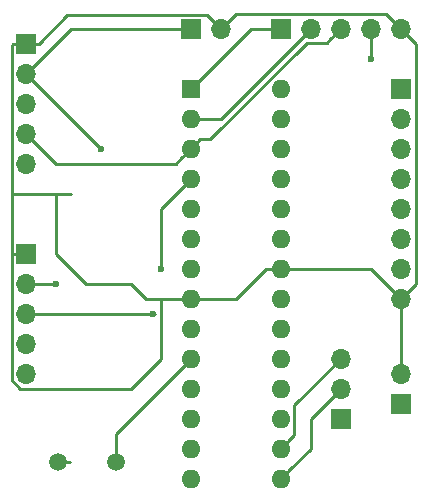
<source format=gbr>
G04 #@! TF.FileFunction,Copper,L2,Bot,Signal*
%FSLAX46Y46*%
G04 Gerber Fmt 4.6, Leading zero omitted, Abs format (unit mm)*
G04 Created by KiCad (PCBNEW 4.0.7) date 03/25/18 14:44:14*
%MOMM*%
%LPD*%
G01*
G04 APERTURE LIST*
%ADD10C,0.100000*%
%ADD11C,1.500000*%
%ADD12R,1.700000X1.700000*%
%ADD13O,1.700000X1.700000*%
%ADD14R,1.600000X1.600000*%
%ADD15O,1.600000X1.600000*%
%ADD16C,0.600000*%
%ADD17C,0.250000*%
G04 APERTURE END LIST*
D10*
D11*
X173990000Y-128090000D03*
X169090000Y-128090000D03*
D12*
X198120000Y-96520000D03*
D13*
X198120000Y-99060000D03*
X198120000Y-101600000D03*
X198120000Y-104140000D03*
X198120000Y-106680000D03*
X198120000Y-109220000D03*
X198120000Y-111760000D03*
X198120000Y-114300000D03*
D14*
X180340000Y-96520000D03*
D15*
X187960000Y-129540000D03*
X180340000Y-99060000D03*
X187960000Y-127000000D03*
X180340000Y-101600000D03*
X187960000Y-124460000D03*
X180340000Y-104140000D03*
X187960000Y-121920000D03*
X180340000Y-106680000D03*
X187960000Y-119380000D03*
X180340000Y-109220000D03*
X187960000Y-116840000D03*
X180340000Y-111760000D03*
X187960000Y-114300000D03*
X180340000Y-114300000D03*
X187960000Y-111760000D03*
X180340000Y-116840000D03*
X187960000Y-109220000D03*
X180340000Y-119380000D03*
X187960000Y-106680000D03*
X180340000Y-121920000D03*
X187960000Y-104140000D03*
X180340000Y-124460000D03*
X187960000Y-101600000D03*
X180340000Y-127000000D03*
X187960000Y-99060000D03*
X180340000Y-129540000D03*
X187960000Y-96520000D03*
D12*
X180340000Y-91440000D03*
D13*
X182880000Y-91440000D03*
D12*
X187960000Y-91440000D03*
D13*
X190500000Y-91440000D03*
X193040000Y-91440000D03*
X195580000Y-91440000D03*
X198120000Y-91440000D03*
D12*
X198120000Y-123190000D03*
D13*
X198120000Y-120650000D03*
D12*
X193040000Y-124460000D03*
D13*
X193040000Y-121920000D03*
X193040000Y-119380000D03*
D12*
X166370000Y-110490000D03*
D13*
X166370000Y-113030000D03*
X166370000Y-115570000D03*
X166370000Y-118110000D03*
X166370000Y-120650000D03*
D12*
X166370000Y-92710000D03*
D13*
X166370000Y-95250000D03*
X166370000Y-97790000D03*
X166370000Y-100330000D03*
X166370000Y-102870000D03*
D16*
X168910000Y-113030000D03*
X195580000Y-93980000D03*
X172720000Y-101600000D03*
X177800000Y-111760000D03*
X177175000Y-115570000D03*
D17*
X166370000Y-113030000D02*
X168910000Y-113030000D01*
X195580000Y-91440000D02*
X195580000Y-93980000D01*
X172720000Y-101600000D02*
X166370000Y-95250000D01*
X180340000Y-91440000D02*
X170180000Y-91440000D01*
X170180000Y-91440000D02*
X166370000Y-95250000D01*
X168910000Y-110490000D02*
X171450000Y-113030000D01*
X168910000Y-105410000D02*
X170180000Y-105410000D01*
X167640000Y-105410000D02*
X168910000Y-105410000D01*
X168910000Y-105410000D02*
X168910000Y-110490000D01*
X165194999Y-105410000D02*
X167640000Y-105410000D01*
X182880000Y-91440000D02*
X181704999Y-90264999D01*
X181704999Y-90264999D02*
X169915001Y-90264999D01*
X169915001Y-90264999D02*
X167470000Y-92710000D01*
X167470000Y-92710000D02*
X166370000Y-92710000D01*
X165194999Y-105410000D02*
X165194999Y-92785001D01*
X165194999Y-110565001D02*
X165194999Y-105410000D01*
X165194999Y-92785001D02*
X165270000Y-92710000D01*
X165270000Y-92710000D02*
X166370000Y-92710000D01*
X177800000Y-114300000D02*
X177800000Y-119380000D01*
X177800000Y-119380000D02*
X175260000Y-121920000D01*
X175260000Y-121920000D02*
X165900998Y-121920000D01*
X165900998Y-121920000D02*
X165194999Y-121214001D01*
X165194999Y-121214001D02*
X165194999Y-110565001D01*
X165194999Y-110565001D02*
X165270000Y-110490000D01*
X165270000Y-110490000D02*
X166370000Y-110490000D01*
X177800000Y-114300000D02*
X176530000Y-114300000D01*
X180340000Y-114300000D02*
X177800000Y-114300000D01*
X176530000Y-114300000D02*
X175260000Y-113030000D01*
X175260000Y-113030000D02*
X171450000Y-113030000D01*
X186690000Y-111760000D02*
X184150000Y-114300000D01*
X184150000Y-114300000D02*
X180340000Y-114300000D01*
X187960000Y-111760000D02*
X186690000Y-111760000D01*
X198120000Y-91440000D02*
X196850000Y-90170000D01*
X196850000Y-90170000D02*
X184150000Y-90170000D01*
X184150000Y-90170000D02*
X183729999Y-90590001D01*
X183729999Y-90590001D02*
X182880000Y-91440000D01*
X198120000Y-114300000D02*
X199390000Y-113030000D01*
X199390000Y-113030000D02*
X199390000Y-92710000D01*
X199390000Y-92710000D02*
X198969999Y-92289999D01*
X198969999Y-92289999D02*
X198120000Y-91440000D01*
X198120000Y-114300000D02*
X198120000Y-120650000D01*
X187960000Y-111760000D02*
X195580000Y-111760000D01*
X195580000Y-111760000D02*
X198120000Y-114300000D01*
X173990000Y-128090000D02*
X173990000Y-125730000D01*
X173990000Y-125730000D02*
X180340000Y-119380000D01*
X169090000Y-128090000D02*
X170150660Y-128090000D01*
X187960000Y-91440000D02*
X185420000Y-91440000D01*
X185420000Y-91440000D02*
X180340000Y-96520000D01*
X193040000Y-121920000D02*
X190500000Y-124460000D01*
X190500000Y-124460000D02*
X190500000Y-127000000D01*
X190500000Y-127000000D02*
X188759999Y-128740001D01*
X188759999Y-128740001D02*
X187960000Y-129540000D01*
X180340000Y-99060000D02*
X182880000Y-99060000D01*
X182880000Y-99060000D02*
X190500000Y-91440000D01*
X193040000Y-119380000D02*
X189085001Y-123334999D01*
X189085001Y-123334999D02*
X189085001Y-125874999D01*
X189085001Y-125874999D02*
X188759999Y-126200001D01*
X188759999Y-126200001D02*
X187960000Y-127000000D01*
X166370000Y-100330000D02*
X168910000Y-102870000D01*
X168910000Y-102870000D02*
X179070000Y-102870000D01*
X179070000Y-102870000D02*
X179540001Y-102399999D01*
X179540001Y-102399999D02*
X180340000Y-101600000D01*
X180340000Y-101600000D02*
X181139999Y-100800001D01*
X181139999Y-100800001D02*
X182014997Y-100800001D01*
X182014997Y-100800001D02*
X190199997Y-92615001D01*
X190199997Y-92615001D02*
X191864999Y-92615001D01*
X191864999Y-92615001D02*
X192190001Y-92289999D01*
X192190001Y-92289999D02*
X193040000Y-91440000D01*
X177800000Y-111760000D02*
X177800000Y-106680000D01*
X177800000Y-106680000D02*
X180340000Y-104140000D01*
X166370000Y-115570000D02*
X177175000Y-115570000D01*
X177349990Y-115570000D02*
X177175000Y-115570000D01*
M02*

</source>
